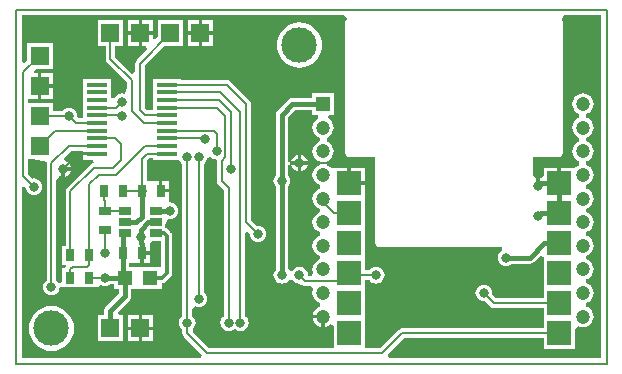
<source format=gtl>
%FSLAX44Y44*%
%MOMM*%
G71*
G01*
G75*
G04 Layer_Physical_Order=1*
G04 Layer_Color=255*
%ADD10R,2.0320X2.0320*%
%ADD11R,1.0000X0.8000*%
%ADD12R,0.8000X1.0000*%
%ADD13R,1.2700X1.2700*%
%ADD14R,1.0000X0.7000*%
%ADD15R,1.8000X0.4000*%
%ADD16C,0.2000*%
%ADD17C,0.4000*%
%ADD18C,0.3000*%
%ADD19C,1.2000*%
%ADD20R,1.2000X1.2000*%
%ADD21C,3.0000*%
%ADD22R,1.6000X1.6000*%
%ADD23C,0.8000*%
G36*
X251000Y211000D02*
X255350D01*
X255935Y208058D01*
X255461Y207861D01*
X253581Y206419D01*
X252139Y204539D01*
X251232Y202349D01*
X250922Y200000D01*
X251232Y197651D01*
X252139Y195461D01*
X253581Y193581D01*
X255461Y192139D01*
X257003Y191500D01*
Y188500D01*
X255461Y187861D01*
X253581Y186419D01*
X252139Y184539D01*
X251232Y182349D01*
X250922Y180000D01*
X251232Y177651D01*
X252139Y175461D01*
X253581Y173581D01*
X255461Y172139D01*
X257003Y171500D01*
Y168500D01*
X255461Y167861D01*
X253581Y166419D01*
X252139Y164539D01*
X251232Y162349D01*
X250922Y160000D01*
X251232Y157650D01*
X252139Y155461D01*
X253581Y153581D01*
X255461Y152139D01*
X257003Y151500D01*
Y148500D01*
X255461Y147861D01*
X253581Y146419D01*
X252139Y144539D01*
X251232Y142350D01*
X250922Y140000D01*
X251232Y137650D01*
X252139Y135461D01*
X253581Y133581D01*
X255461Y132139D01*
X257003Y131500D01*
Y128500D01*
X255461Y127861D01*
X253581Y126419D01*
X252139Y124539D01*
X251232Y122350D01*
X250922Y120000D01*
X251232Y117650D01*
X252139Y115461D01*
X253581Y113581D01*
X255461Y112139D01*
X257003Y111500D01*
Y108500D01*
X255461Y107861D01*
X253581Y106419D01*
X252139Y104539D01*
X251232Y102350D01*
X250922Y100000D01*
X251232Y97650D01*
X252139Y95461D01*
X253581Y93581D01*
X255461Y92139D01*
X257003Y91500D01*
Y88500D01*
X255461Y87861D01*
X253581Y86419D01*
X252139Y84539D01*
X251232Y82350D01*
X250922Y80000D01*
X251232Y77650D01*
X251678Y76573D01*
X250454Y74740D01*
X247460Y74544D01*
X247060Y75000D01*
X246820Y76827D01*
X246115Y78530D01*
X244992Y79992D01*
X243530Y81115D01*
X241827Y81820D01*
X240000Y82060D01*
X238173Y81820D01*
X236470Y81115D01*
X235008Y79992D01*
X234000Y78679D01*
X232219Y78679D01*
X230098Y80801D01*
Y150145D01*
X231115Y151470D01*
X231820Y153173D01*
X232060Y155000D01*
X231820Y156827D01*
X231115Y158530D01*
X230098Y159855D01*
Y168650D01*
X231624Y168750D01*
Y171250D01*
X230098Y171350D01*
Y208888D01*
X236112Y214902D01*
X251000D01*
Y211000D01*
D02*
G37*
G36*
X279837Y292323D02*
X279174Y291331D01*
X278941Y290160D01*
Y178400D01*
X279174Y177229D01*
X279837Y176237D01*
X280830Y175574D01*
X282000Y175341D01*
X304341D01*
Y102200D01*
X304574Y101030D01*
X305237Y100037D01*
X306229Y99374D01*
X307400Y99141D01*
X411088D01*
X411674Y96199D01*
X411470Y96115D01*
X410008Y94992D01*
X408885Y93530D01*
X408180Y91827D01*
X407940Y90000D01*
X408180Y88173D01*
X408885Y86470D01*
X410008Y85008D01*
X411470Y83885D01*
X413173Y83180D01*
X415000Y82940D01*
X416827Y83180D01*
X418530Y83885D01*
X419855Y84902D01*
X435000D01*
X436951Y85290D01*
X438605Y86395D01*
X438605Y86395D01*
X438605Y86395D01*
X443868Y91659D01*
X446640Y90511D01*
Y89040D01*
Y63640D01*
Y55478D01*
X406289D01*
X402910Y58858D01*
X403060Y60000D01*
X402820Y61827D01*
X402114Y63530D01*
X400992Y64992D01*
X399530Y66115D01*
X397827Y66820D01*
X396000Y67060D01*
X394173Y66820D01*
X392470Y66115D01*
X391007Y64992D01*
X389885Y63530D01*
X389180Y61827D01*
X388940Y60000D01*
X389180Y58173D01*
X389885Y56470D01*
X391007Y55008D01*
X392470Y53885D01*
X394173Y53180D01*
X396000Y52940D01*
X397142Y53090D01*
X401716Y48516D01*
X401716Y48516D01*
X403039Y47632D01*
X403298Y47581D01*
X404600Y47322D01*
X404600Y47322D01*
X446640D01*
Y38240D01*
Y30078D01*
X327000D01*
X325439Y29768D01*
X324116Y28884D01*
X324116Y28884D01*
X308311Y13078D01*
X295160D01*
Y38240D01*
Y63640D01*
Y70922D01*
X299306D01*
X300008Y70008D01*
X301470Y68885D01*
X303173Y68180D01*
X305000Y67940D01*
X306827Y68180D01*
X308530Y68885D01*
X309992Y70008D01*
X311115Y71470D01*
X311820Y73173D01*
X312060Y75000D01*
X311820Y76827D01*
X311115Y78530D01*
X309992Y79992D01*
X308530Y81115D01*
X306827Y81820D01*
X305000Y82060D01*
X303173Y81820D01*
X301470Y81115D01*
X300008Y79992D01*
X299306Y79078D01*
X295160D01*
Y89040D01*
Y114440D01*
Y139840D01*
Y151500D01*
X282000D01*
Y153000D01*
X280500D01*
Y166160D01*
X268840D01*
Y166160D01*
X266617Y166160D01*
X266419Y166419D01*
X264539Y167861D01*
X262997Y168500D01*
Y171500D01*
X264539Y172139D01*
X266419Y173581D01*
X267861Y175461D01*
X268768Y177651D01*
X269078Y180000D01*
X268768Y182349D01*
X267861Y184539D01*
X266419Y186419D01*
X264539Y187861D01*
X262997Y188500D01*
Y191500D01*
X264539Y192139D01*
X266419Y193581D01*
X267861Y195461D01*
X268768Y197651D01*
X269078Y200000D01*
X268768Y202349D01*
X267861Y204539D01*
X266419Y206419D01*
X264539Y207861D01*
X264065Y208058D01*
X264650Y211000D01*
X269000D01*
Y229000D01*
X251000D01*
Y225098D01*
X234000D01*
X232373Y224774D01*
X232049Y224710D01*
X230395Y223605D01*
X221395Y214605D01*
X220290Y212951D01*
X219902Y211000D01*
Y159855D01*
X218885Y158530D01*
X218180Y156827D01*
X217940Y155000D01*
X218180Y153173D01*
X218885Y151470D01*
X219902Y150145D01*
Y79855D01*
X218885Y78530D01*
X218180Y76827D01*
X217940Y75000D01*
X218180Y73173D01*
X218885Y71470D01*
X220008Y70008D01*
X221470Y68885D01*
X223173Y68180D01*
X225000Y67940D01*
X226827Y68180D01*
X228530Y68885D01*
X229993Y70008D01*
X231000Y71321D01*
X234000D01*
X235008Y70008D01*
X236470Y68885D01*
X238173Y68180D01*
X240000Y67940D01*
X240000Y67940D01*
X240000Y67940D01*
X242116Y67116D01*
D01*
X242116Y67116D01*
Y67116D01*
X243439Y66232D01*
X243698Y66181D01*
X245000Y65922D01*
X245000Y65922D01*
X250011D01*
X251678Y63427D01*
X251232Y62350D01*
X250922Y60000D01*
X251232Y57650D01*
X252139Y55461D01*
X253581Y53581D01*
X255461Y52139D01*
X257003Y51500D01*
Y48500D01*
X255461Y47861D01*
X253581Y46419D01*
X252139Y44539D01*
X251232Y42350D01*
X251120Y41500D01*
X260000D01*
Y40000D01*
X261500D01*
Y31120D01*
X262349Y31232D01*
X264539Y32139D01*
X266149Y33374D01*
X267658Y32631D01*
X268840Y31723D01*
Y13078D01*
X163689D01*
X149772Y26995D01*
X149968Y29989D01*
X149992Y30008D01*
X151115Y31470D01*
X151820Y33173D01*
X152060Y35000D01*
X151820Y36827D01*
X151115Y38530D01*
X149992Y39992D01*
X149078Y40694D01*
Y45769D01*
X151294Y48657D01*
X151573Y48843D01*
X153173Y48180D01*
X155000Y47940D01*
X156827Y48180D01*
X158530Y48885D01*
X159992Y50008D01*
X161115Y51470D01*
X161820Y53173D01*
X162060Y55000D01*
X161820Y56827D01*
X161115Y58530D01*
X159992Y59992D01*
X159078Y60694D01*
Y169306D01*
X159992Y170008D01*
X161115Y171470D01*
X161820Y173173D01*
X161981Y174399D01*
X164879Y175175D01*
X165007Y175007D01*
X166470Y173885D01*
X168173Y173180D01*
X170000Y172940D01*
X170000Y172940D01*
X169922Y172000D01*
X169922Y172000D01*
X169922D01*
X169922Y172000D01*
Y155000D01*
X169922Y155000D01*
X170181Y153698D01*
X170232Y153439D01*
X171116Y152116D01*
X171116Y152116D01*
X171116Y152116D01*
D01*
X171116D01*
Y152116D01*
D01*
X175922Y147311D01*
Y40694D01*
X175007Y39992D01*
X173885Y38530D01*
X173180Y36827D01*
X172940Y35000D01*
X173180Y33173D01*
X173885Y31470D01*
X175007Y30008D01*
X176470Y28886D01*
X178173Y28180D01*
X180000Y27940D01*
X181827Y28180D01*
X183530Y28886D01*
X184992Y30008D01*
X184992Y30008D01*
Y30008D01*
X186470Y28886D01*
D01*
X186470Y28886D01*
Y28886D01*
X188173Y28180D01*
X190000Y27940D01*
X191827Y28180D01*
X193530Y28886D01*
X194992Y30008D01*
X196115Y31470D01*
X196820Y33173D01*
X197060Y35000D01*
X196820Y36827D01*
X196115Y38530D01*
X194992Y39992D01*
X194078Y40694D01*
Y111234D01*
X195563Y111849D01*
X197943Y110023D01*
X197940Y110000D01*
X198180Y108173D01*
X198885Y106470D01*
X200008Y105008D01*
X201470Y103885D01*
X203173Y103180D01*
X205000Y102940D01*
X206827Y103180D01*
X208530Y103885D01*
X209992Y105008D01*
X211115Y106470D01*
X211820Y108173D01*
X212060Y110000D01*
X211820Y111827D01*
X211115Y113530D01*
X209992Y114993D01*
X208530Y116115D01*
X206827Y116820D01*
X205000Y117060D01*
X203858Y116910D01*
X199078Y121689D01*
Y220000D01*
X199078Y220000D01*
X198819Y221302D01*
X198768Y221561D01*
X197884Y222884D01*
X181384Y239384D01*
X180061Y240268D01*
X179802Y240319D01*
X178500Y240578D01*
X178500Y240578D01*
X140000D01*
Y241500D01*
X116000D01*
Y231500D01*
Y225000D01*
Y218500D01*
Y214578D01*
X111189D01*
X109078Y216689D01*
Y252511D01*
X125568Y269000D01*
X141800D01*
Y291000D01*
X119800D01*
Y276579D01*
X117306Y274912D01*
X116400Y275287D01*
Y278500D01*
X106900D01*
Y269000D01*
X110113D01*
X111261Y266228D01*
X102116Y257084D01*
X101232Y255761D01*
X101181Y255502D01*
X100922Y254200D01*
X100922Y254200D01*
Y246766D01*
X98150Y245618D01*
X84078Y259689D01*
Y269000D01*
X91000D01*
Y291000D01*
X69000D01*
Y269000D01*
X75922D01*
Y258000D01*
X75922Y258000D01*
X76181Y256698D01*
X76232Y256439D01*
X77116Y255116D01*
X77116Y255116D01*
X77116Y255116D01*
D01*
X77116D01*
Y255116D01*
D01*
X93922Y238311D01*
Y233876D01*
X91933Y229075D01*
X91666Y228841D01*
X90000Y229060D01*
X88173Y228820D01*
X86470Y228114D01*
X85008Y226992D01*
X83885Y225530D01*
X83666Y225000D01*
X82042D01*
X80600Y225287D01*
Y231500D01*
Y241500D01*
X56600D01*
Y231500D01*
Y225000D01*
Y218500D01*
Y212000D01*
Y208078D01*
X52689D01*
X52060Y210000D01*
Y210000D01*
X52060D01*
X52060Y210000D01*
X51820Y211827D01*
X51583Y212398D01*
X51583Y212398D01*
X51115Y213530D01*
Y213530D01*
X49992Y214993D01*
X48530Y216115D01*
X46827Y216820D01*
X45000Y217060D01*
X43173Y216820D01*
X41470Y216115D01*
X40008Y214993D01*
X39306Y214078D01*
X31000D01*
Y221000D01*
X10078D01*
Y224400D01*
X18500D01*
Y235400D01*
Y246400D01*
X15287D01*
X14912Y247306D01*
X16579Y249800D01*
X31000D01*
Y271800D01*
X9000D01*
Y256530D01*
X6506Y254864D01*
X5000Y255487D01*
Y295000D01*
X278048D01*
X279837Y292323D01*
D02*
G37*
G36*
X122912Y82050D02*
X104486D01*
D01*
D01*
X104486Y82050D01*
X101850D01*
Y82050D01*
X95598D01*
Y85700D01*
X97500Y85700D01*
D01*
D01*
X99500D01*
Y85700D01*
X105000D01*
Y93700D01*
X106500D01*
Y95200D01*
X113500D01*
Y101700D01*
X113500D01*
Y102079D01*
X115621Y104200D01*
X122912D01*
Y82050D01*
D02*
G37*
G36*
X56600Y179500D02*
Y179499D01*
X68600D01*
Y176500D01*
X56600D01*
Y173000D01*
X65385D01*
X65679Y170014D01*
X64439Y169768D01*
X63116Y168884D01*
X63116Y168884D01*
X43116Y148884D01*
X42232Y147561D01*
X42181Y147302D01*
X41922Y146000D01*
X41922Y146000D01*
Y100000D01*
X39000D01*
Y84000D01*
X42654D01*
D01*
X42463Y82895D01*
X41196Y81000D01*
X39000D01*
Y69725D01*
X36114Y68530D01*
X34992Y69992D01*
X34078Y70694D01*
Y155769D01*
X36294Y158657D01*
X36573Y158843D01*
X38173Y158180D01*
X38500Y158137D01*
Y165000D01*
X40000D01*
Y166500D01*
X46863D01*
X46820Y166827D01*
X46115Y168530D01*
X44992Y169992D01*
X43530Y171115D01*
X41827Y171820D01*
X41443Y171870D01*
X40479Y174711D01*
X46189Y180422D01*
X56600D01*
Y179500D01*
D02*
G37*
G36*
X116000Y173000D02*
X138252D01*
X138885Y171470D01*
X140007Y170008D01*
X140922Y169306D01*
Y40694D01*
X140007Y39992D01*
X138885Y38530D01*
X138180Y36827D01*
X137940Y35000D01*
X138180Y33173D01*
X138885Y31470D01*
X140007Y30008D01*
X140922Y29306D01*
Y26000D01*
X140922Y26000D01*
X141181Y24698D01*
X141232Y24439D01*
X142116Y23116D01*
X142116Y23116D01*
X142116Y23116D01*
D01*
X142116D01*
Y23116D01*
D01*
X157461Y7772D01*
X156313Y5000D01*
X5000D01*
Y149394D01*
X7994Y149590D01*
X8180Y148173D01*
X8885Y146470D01*
X10007Y145008D01*
X11470Y143885D01*
X13173Y143180D01*
X15000Y142940D01*
X16827Y143180D01*
X18530Y143885D01*
X19992Y145008D01*
X21114Y146470D01*
X21820Y148173D01*
X22060Y150000D01*
X21820Y151827D01*
X21114Y153530D01*
X19992Y154993D01*
X18530Y156115D01*
X16827Y156820D01*
X15000Y157060D01*
X13858Y156910D01*
X10078Y160689D01*
Y173600D01*
X14627D01*
X26155Y171307D01*
X26176Y171281D01*
X25922Y170000D01*
X25922Y170000D01*
Y70694D01*
X25008Y69992D01*
X23886Y68530D01*
X23180Y66827D01*
X22940Y65000D01*
X23180Y63173D01*
X23886Y61470D01*
X25008Y60008D01*
X26470Y58885D01*
X28173Y58180D01*
X30000Y57940D01*
X31827Y58180D01*
X33530Y58885D01*
X34992Y60008D01*
X36114Y61470D01*
X36820Y63173D01*
X37060Y65000D01*
X39000Y65000D01*
X39000Y65000D01*
X39000Y65000D01*
X53000D01*
Y65000D01*
X53000D01*
X53000Y65000D01*
X55000D01*
Y65000D01*
X69000D01*
Y65473D01*
X71691Y66800D01*
X71970Y66585D01*
X73673Y65880D01*
X75500Y65640D01*
X77327Y65880D01*
X79030Y66585D01*
X80355Y67602D01*
X83150D01*
Y63350D01*
X87402D01*
Y59612D01*
X76395Y48605D01*
X75290Y46951D01*
X74902Y45000D01*
Y41000D01*
X69000D01*
Y19000D01*
X91000D01*
Y41000D01*
X87129D01*
X85981Y43772D01*
X96105Y53895D01*
X97210Y55549D01*
X97598Y57500D01*
Y63350D01*
X101850D01*
Y63350D01*
X101850D01*
X101850Y63350D01*
X104486D01*
Y63350D01*
X123186D01*
Y68112D01*
X123500D01*
X125256Y68461D01*
X126744Y69456D01*
X130744Y73456D01*
X131739Y74944D01*
X132088Y76700D01*
Y108700D01*
D01*
Y108700D01*
X132088D01*
D01*
Y108700D01*
X132088D01*
Y108700D01*
X132088Y108700D01*
X132088Y108700D01*
D01*
D01*
D01*
D01*
X131739Y110456D01*
X131403Y110958D01*
X131403Y110958D01*
X130744Y111944D01*
Y111944D01*
X130744Y111944D01*
X128744Y113944D01*
X127256Y114939D01*
X126500Y115089D01*
Y117200D01*
Y117635D01*
X128618Y122749D01*
X128756Y122869D01*
X130500Y122640D01*
X132327Y122880D01*
X134030Y123586D01*
X135492Y124707D01*
X136615Y126170D01*
X137320Y127873D01*
X137561Y129700D01*
X137320Y131527D01*
X136615Y133230D01*
X135492Y134692D01*
X134030Y135814D01*
X132327Y136520D01*
X130500Y136760D01*
X129672Y137396D01*
X129500Y138700D01*
X129500Y138700D01*
X129500Y138700D01*
Y145200D01*
X122500D01*
Y146700D01*
X121000D01*
Y154700D01*
X115621D01*
X115621Y154700D01*
Y154700D01*
X115500Y154700D01*
X114500D01*
X113500D01*
X113379Y154700D01*
X113379Y154700D01*
Y154700D01*
X110578D01*
Y171811D01*
X112689Y173922D01*
X116000D01*
Y173000D01*
D02*
G37*
G36*
X495000Y5000D02*
X315687D01*
X314539Y7772D01*
X328689Y21922D01*
X446640D01*
Y12840D01*
X472960D01*
Y28879D01*
X475461Y32139D01*
X477650Y31232D01*
X480000Y30922D01*
X482350Y31232D01*
X484539Y32139D01*
X486419Y33581D01*
X487861Y35461D01*
X488768Y37650D01*
X489078Y40000D01*
X488768Y42350D01*
X487861Y44539D01*
X486419Y46419D01*
X484539Y47861D01*
X482997Y48500D01*
Y51500D01*
X484539Y52139D01*
X486419Y53581D01*
X487861Y55461D01*
X488768Y57650D01*
X489078Y60000D01*
X488768Y62350D01*
X487861Y64539D01*
X486419Y66419D01*
X484539Y67861D01*
X482997Y68500D01*
Y71500D01*
X484539Y72139D01*
X486419Y73581D01*
X487861Y75461D01*
X488768Y77650D01*
X489078Y80000D01*
X488768Y82350D01*
X487861Y84539D01*
X486419Y86419D01*
X484539Y87861D01*
X482997Y88500D01*
Y91500D01*
X484539Y92139D01*
X486419Y93581D01*
X487861Y95461D01*
X488768Y97650D01*
X489078Y100000D01*
X488768Y102350D01*
X487861Y104539D01*
X486419Y106419D01*
X484539Y107861D01*
X482997Y108500D01*
Y111500D01*
X484539Y112139D01*
X486419Y113581D01*
X487861Y115461D01*
X488768Y117650D01*
X489078Y120000D01*
X488768Y122350D01*
X487861Y124539D01*
X486419Y126419D01*
X484539Y127861D01*
X482997Y128500D01*
Y131500D01*
X484539Y132139D01*
X486419Y133581D01*
X487861Y135461D01*
X488768Y137650D01*
X489078Y140000D01*
X488768Y142350D01*
X487861Y144539D01*
X486419Y146419D01*
X484539Y147861D01*
X482997Y148500D01*
Y151500D01*
X484539Y152139D01*
X486419Y153581D01*
X487861Y155461D01*
X488768Y157650D01*
X489078Y160000D01*
X488768Y162349D01*
X487861Y164539D01*
X486419Y166419D01*
X484539Y167861D01*
X482997Y168500D01*
Y171500D01*
X484539Y172139D01*
X486419Y173581D01*
X487861Y175461D01*
X488768Y177651D01*
X489078Y180000D01*
X488768Y182349D01*
X487861Y184539D01*
X486419Y186419D01*
X484539Y187861D01*
X482997Y188500D01*
Y191500D01*
X484539Y192139D01*
X486419Y193581D01*
X487861Y195461D01*
X488768Y197651D01*
X489078Y200000D01*
X488768Y202349D01*
X487861Y204539D01*
X486419Y206419D01*
X484539Y207861D01*
X482997Y208500D01*
Y211500D01*
X484539Y212139D01*
X486419Y213581D01*
X487861Y215461D01*
X488768Y217651D01*
X489078Y220000D01*
X488768Y222349D01*
X487861Y224539D01*
X486419Y226419D01*
X484539Y227861D01*
X482350Y228768D01*
X480000Y229078D01*
X477650Y228768D01*
X475461Y227861D01*
X473581Y226419D01*
X472138Y224539D01*
X471232Y222349D01*
X470922Y220000D01*
X471232Y217651D01*
X472138Y215461D01*
X473581Y213581D01*
X475461Y212139D01*
X477003Y211500D01*
Y208500D01*
X475461Y207861D01*
X473581Y206419D01*
X472138Y204539D01*
X471232Y202349D01*
X470922Y200000D01*
X471232Y197651D01*
X472138Y195461D01*
X473581Y193581D01*
X475461Y192139D01*
X477003Y191500D01*
Y188500D01*
X475461Y187861D01*
X473581Y186419D01*
X472138Y184539D01*
X471232Y182349D01*
X470922Y180000D01*
X471232Y177651D01*
X472138Y175461D01*
X473581Y173581D01*
X475461Y172139D01*
X477003Y171500D01*
Y168500D01*
X475461Y167861D01*
X473581Y166419D01*
X473295Y166046D01*
X472960Y166160D01*
Y166160D01*
X472960Y166160D01*
X461300D01*
Y153000D01*
X458300D01*
Y166160D01*
X446640D01*
Y158755D01*
X444146Y157088D01*
X443827Y157220D01*
X443500Y157263D01*
Y150400D01*
X440500D01*
Y157263D01*
X440173Y157220D01*
X439953Y157129D01*
X437459Y158796D01*
Y175341D01*
X459800D01*
X460970Y175574D01*
X461963Y176237D01*
X462626Y177229D01*
X462859Y178400D01*
Y290160D01*
X462626Y291331D01*
X461963Y292323D01*
X463752Y295000D01*
X495000D01*
Y5000D01*
D02*
G37*
%LPC*%
G36*
X103900Y28500D02*
X94400D01*
Y19000D01*
X103900D01*
Y28500D01*
D02*
G37*
G36*
X129500Y154700D02*
X124000D01*
Y148200D01*
X129500D01*
Y154700D01*
D02*
G37*
G36*
X30000Y49092D02*
X26275Y48725D01*
X22694Y47639D01*
X19393Y45874D01*
X16500Y43500D01*
X14126Y40607D01*
X12361Y37306D01*
X11275Y33725D01*
X10908Y30000D01*
X11275Y26275D01*
X12361Y22694D01*
X14126Y19393D01*
X16500Y16500D01*
X19393Y14126D01*
X22694Y12361D01*
X26275Y11275D01*
X30000Y10908D01*
X33725Y11275D01*
X37306Y12361D01*
X40607Y14126D01*
X43500Y16500D01*
X45874Y19393D01*
X47639Y22694D01*
X48725Y26275D01*
X49092Y30000D01*
X48725Y33725D01*
X47639Y37306D01*
X45874Y40607D01*
X43500Y43500D01*
X40607Y45874D01*
X37306Y47639D01*
X33725Y48725D01*
X30000Y49092D01*
D02*
G37*
G36*
X295160Y166160D02*
X283500D01*
Y154500D01*
X295160D01*
Y166160D01*
D02*
G37*
G36*
X113500Y92200D02*
X108000D01*
Y85700D01*
X113500D01*
Y92200D01*
D02*
G37*
G36*
X116400Y41000D02*
X106900D01*
Y31500D01*
X116400D01*
Y41000D01*
D02*
G37*
G36*
X103900D02*
X94400D01*
Y31500D01*
X103900D01*
Y41000D01*
D02*
G37*
G36*
X116400Y28500D02*
X106900D01*
Y19000D01*
X116400D01*
Y28500D01*
D02*
G37*
G36*
X258500Y38500D02*
X251120D01*
X251232Y37650D01*
X252139Y35461D01*
X253581Y33581D01*
X255461Y32139D01*
X257651Y31232D01*
X258500Y31120D01*
Y38500D01*
D02*
G37*
G36*
X167200Y278500D02*
X157700D01*
Y269000D01*
X167200D01*
Y278500D01*
D02*
G37*
G36*
X154700D02*
X145200D01*
Y269000D01*
X154700D01*
Y278500D01*
D02*
G37*
G36*
X103900D02*
X94400D01*
Y269000D01*
X103900D01*
Y278500D01*
D02*
G37*
G36*
Y291000D02*
X94400D01*
Y281500D01*
X103900D01*
Y291000D01*
D02*
G37*
G36*
X167200D02*
X157700D01*
Y281500D01*
X167200D01*
Y291000D01*
D02*
G37*
G36*
X154700D02*
X145200D01*
Y281500D01*
X154700D01*
Y291000D01*
D02*
G37*
G36*
X116400D02*
X106900D01*
Y281500D01*
X116400D01*
Y291000D01*
D02*
G37*
G36*
X240000Y289092D02*
X236275Y288725D01*
X232694Y287639D01*
X229393Y285874D01*
X226500Y283500D01*
X224126Y280607D01*
X222361Y277306D01*
X221275Y273725D01*
X220908Y270000D01*
X221275Y266275D01*
X222361Y262694D01*
X224126Y259393D01*
X226500Y256500D01*
X229393Y254126D01*
X232694Y252361D01*
X236275Y251275D01*
X240000Y250908D01*
X243725Y251275D01*
X247306Y252361D01*
X250607Y254126D01*
X253500Y256500D01*
X255874Y259393D01*
X257639Y262694D01*
X258725Y266275D01*
X259092Y270000D01*
X258725Y273725D01*
X257639Y277306D01*
X255874Y280607D01*
X253500Y283500D01*
X250607Y285874D01*
X247306Y287639D01*
X243725Y288725D01*
X240000Y289092D01*
D02*
G37*
G36*
X246863Y168500D02*
X241500D01*
Y163137D01*
X241827Y163180D01*
X243530Y163885D01*
X244992Y165007D01*
X246115Y166470D01*
X246820Y168173D01*
X246863Y168500D01*
D02*
G37*
G36*
X238500D02*
X233137D01*
X233180Y168173D01*
X233885Y166470D01*
X235008Y165007D01*
X236470Y163885D01*
X238173Y163180D01*
X238500Y163137D01*
Y168500D01*
D02*
G37*
G36*
X46863Y163500D02*
X41500D01*
Y158137D01*
X41827Y158180D01*
X43530Y158885D01*
X44992Y160008D01*
X46115Y161470D01*
X46820Y163173D01*
X46863Y163500D01*
D02*
G37*
G36*
X238500Y176863D02*
X238173Y176820D01*
X236470Y176115D01*
X235008Y174992D01*
X233885Y173530D01*
X233180Y171827D01*
X233137Y171500D01*
X238500D01*
Y176863D01*
D02*
G37*
G36*
X31000Y246400D02*
X21500D01*
Y236900D01*
X31000D01*
Y246400D01*
D02*
G37*
G36*
Y233900D02*
X21500D01*
Y224400D01*
X31000D01*
Y233900D01*
D02*
G37*
G36*
X241500Y176863D02*
Y171500D01*
X246863D01*
X246820Y171827D01*
X246115Y173530D01*
X244992Y174992D01*
X243530Y176115D01*
X241827Y176820D01*
X241500Y176863D01*
D02*
G37*
%LPD*%
D10*
X459800Y153000D02*
D03*
Y127600D02*
D03*
Y102200D02*
D03*
Y76800D02*
D03*
Y51400D02*
D03*
Y26000D02*
D03*
X282000D02*
D03*
Y51400D02*
D03*
Y76800D02*
D03*
Y102200D02*
D03*
Y127600D02*
D03*
Y153000D02*
D03*
D11*
X75500Y113700D02*
D03*
Y129700D02*
D03*
D12*
X90500Y146700D02*
D03*
X74500D02*
D03*
X90500Y93700D02*
D03*
X106500D02*
D03*
Y146700D02*
D03*
X122500D02*
D03*
X62000Y92000D02*
D03*
X46000D02*
D03*
X62000Y73000D02*
D03*
X46000D02*
D03*
D13*
X113836Y72700D02*
D03*
X92500D02*
D03*
D14*
X118500Y110700D02*
D03*
Y120200D02*
D03*
Y129800D02*
D03*
X92600D02*
D03*
Y110700D02*
D03*
Y120200D02*
D03*
D15*
X68600Y178000D02*
D03*
Y184500D02*
D03*
Y191000D02*
D03*
Y197500D02*
D03*
Y204000D02*
D03*
Y210500D02*
D03*
Y217000D02*
D03*
Y223500D02*
D03*
Y230000D02*
D03*
Y236500D02*
D03*
X128000D02*
D03*
Y230000D02*
D03*
Y223500D02*
D03*
Y217000D02*
D03*
Y210500D02*
D03*
Y204000D02*
D03*
Y197500D02*
D03*
Y191000D02*
D03*
Y184500D02*
D03*
Y178000D02*
D03*
D16*
X0Y0D02*
Y300000D01*
X500000D01*
Y0D02*
Y300000D01*
X0Y0D02*
X500000D01*
X66000Y166000D02*
X82000D01*
X85000Y160000D02*
X109500Y184500D01*
X70000Y160000D02*
X85000D01*
X62000Y152000D02*
X70000Y160000D01*
X46000Y146000D02*
X66000Y166000D01*
X46000Y92000D02*
Y146000D01*
X62000Y92000D02*
Y152000D01*
X109500Y184500D02*
X128000D01*
X62000Y92000D02*
X62000Y92000D01*
X62000Y84000D02*
Y92000D01*
X60000Y82000D02*
X62000Y84000D01*
X48000Y82000D02*
X60000D01*
X46000Y80000D02*
X48000Y82000D01*
X46000Y73000D02*
Y80000D01*
X89500Y210500D02*
X90000Y210000D01*
X68600Y210500D02*
X89500D01*
X85000Y217000D02*
X90000Y222000D01*
X68600Y217000D02*
X85000D01*
X90500Y146700D02*
X106500D01*
X75500Y129700D02*
Y137700D01*
X74500Y138700D02*
X75500Y137700D01*
X74500Y138700D02*
Y146700D01*
X75500Y93700D02*
Y113700D01*
X75600Y129800D02*
X92600D01*
X75500Y129700D02*
X75600Y129800D01*
X20000Y210000D02*
X45000D01*
X51000Y204000D02*
X68600D01*
X45000Y210000D02*
X51000Y204000D01*
X32900Y197500D02*
X68600D01*
X20000Y184600D02*
X32900Y197500D01*
X62300Y72700D02*
X75500D01*
X62000Y73000D02*
X62300Y72700D01*
X53000Y178000D02*
X68600D01*
X404600Y51400D02*
X459800D01*
X396000Y60000D02*
X404600Y51400D01*
X260000Y137000D02*
Y140000D01*
Y137000D02*
X269400Y127600D01*
X282000D01*
X327000Y26000D02*
X459800D01*
X145000Y26000D02*
Y35000D01*
X283800Y75000D02*
X305000D01*
X282000Y76800D02*
X283800Y75000D01*
X260000Y200000D02*
X260000Y200000D01*
X145000Y26000D02*
X162000Y9000D01*
X310000D01*
X327000Y26000D01*
X282000Y153000D02*
Y165000D01*
X277000Y170000D02*
X282000Y165000D01*
X240000Y170000D02*
X277000D01*
X40000Y165000D02*
X53000Y178000D01*
X44500Y184500D02*
X68600D01*
X30000Y170000D02*
X44500Y184500D01*
X30000Y65000D02*
Y170000D01*
X145000Y35000D02*
Y175000D01*
X82000Y166000D02*
X89000Y173000D01*
Y186000D01*
X84000Y191000D02*
X89000Y186000D01*
X68600Y191000D02*
X84000D01*
X108000Y204000D02*
X128000D01*
X98000Y214000D02*
X108000Y204000D01*
X98000Y214000D02*
Y240000D01*
X80000Y258000D02*
X98000Y240000D01*
X80000Y258000D02*
Y280000D01*
X109500Y210500D02*
X128000D01*
X105000Y215000D02*
X109500Y210500D01*
X105000Y215000D02*
Y254200D01*
X130800Y280000D01*
X155000Y55000D02*
Y175000D01*
X128000Y191000D02*
X159000D01*
X160000Y190000D01*
X128000Y197500D02*
X167500D01*
X170000Y195000D01*
Y180000D02*
Y195000D01*
X106500Y146700D02*
Y173500D01*
X111000Y178000D01*
X128000D01*
X6000Y159000D02*
X15000Y150000D01*
X6000Y159000D02*
Y246800D01*
X20000Y260800D01*
X275200Y70000D02*
X282000Y76800D01*
X245000Y70000D02*
X275200D01*
X240000Y75000D02*
X245000Y70000D01*
X174000Y172000D02*
X177000Y175000D01*
X174000Y155000D02*
Y172000D01*
Y155000D02*
X180000Y149000D01*
Y35000D02*
Y149000D01*
X128000Y217000D02*
X170000D01*
X177000Y210000D01*
Y175000D02*
Y210000D01*
X128000Y223500D02*
X171500D01*
X182000Y213000D01*
Y165000D02*
Y213000D01*
X128000Y230000D02*
X173000D01*
X190000Y213000D01*
Y35000D02*
Y213000D01*
X128000Y236500D02*
X178500D01*
X195000Y220000D01*
Y120000D02*
Y220000D01*
Y120000D02*
X205000Y110000D01*
D17*
X106500Y93700D02*
Y101700D01*
X105500Y102700D02*
X106500Y101700D01*
X105500Y102700D02*
Y107700D01*
Y113700D01*
X112000Y120200D01*
X118500D01*
Y129800D02*
X130400D01*
X92600Y120200D02*
X102000D01*
X106500Y124700D01*
Y146700D01*
X90500Y93700D02*
Y108600D01*
Y74700D02*
Y93700D01*
X75500Y72700D02*
X92500D01*
X447200Y102200D02*
X459800D01*
X435000Y90000D02*
X447200Y102200D01*
X415000Y90000D02*
X435000D01*
X459800Y127600D02*
Y153000D01*
X444600Y127600D02*
X459800D01*
X442000Y125000D02*
X444600Y127600D01*
X442000Y150400D02*
X444600Y153000D01*
X459800D01*
X80000Y30000D02*
Y45000D01*
X92500Y57500D01*
Y72700D01*
X225000Y211000D02*
X234000Y220000D01*
X260000D01*
X225000Y155000D02*
Y211000D01*
Y75000D02*
Y155000D01*
D18*
X130400Y129800D02*
X130500Y129700D01*
X90500Y108600D02*
X92600Y110700D01*
X90500Y74700D02*
X92500Y72700D01*
X125500Y110700D02*
X127500Y108700D01*
X118500Y110700D02*
X125500D01*
X113836Y72700D02*
X123500D01*
X127500Y76700D01*
Y108700D01*
D19*
X480000Y220000D02*
D03*
Y200000D02*
D03*
Y180000D02*
D03*
Y160000D02*
D03*
Y140000D02*
D03*
Y120000D02*
D03*
Y100000D02*
D03*
Y80000D02*
D03*
Y60000D02*
D03*
Y40000D02*
D03*
X260000D02*
D03*
Y60000D02*
D03*
Y80000D02*
D03*
Y100000D02*
D03*
Y120000D02*
D03*
Y140000D02*
D03*
Y160000D02*
D03*
Y180000D02*
D03*
Y200000D02*
D03*
D20*
Y220000D02*
D03*
D21*
X240000Y270000D02*
D03*
X30000Y30000D02*
D03*
D22*
X80000D02*
D03*
X105400D02*
D03*
X80000Y280000D02*
D03*
X105400D02*
D03*
X156200D02*
D03*
X130800D02*
D03*
X20000Y260800D02*
D03*
Y235400D02*
D03*
Y210000D02*
D03*
Y184600D02*
D03*
D23*
X90000Y210000D02*
D03*
Y222000D02*
D03*
X105500Y107700D02*
D03*
X130500Y129700D02*
D03*
X75500Y72700D02*
D03*
Y93700D02*
D03*
X415000Y90000D02*
D03*
X45000Y210000D02*
D03*
X396000Y60000D02*
D03*
X442000Y125000D02*
D03*
Y150400D02*
D03*
X145000Y35000D02*
D03*
X305000Y75000D02*
D03*
X282000Y102200D02*
D03*
X240000Y170000D02*
D03*
X40000Y165000D02*
D03*
X30000Y65000D02*
D03*
X145000Y175000D02*
D03*
X155000D02*
D03*
X282000Y51400D02*
D03*
X155000Y55000D02*
D03*
X160000Y190000D02*
D03*
X170000Y180000D02*
D03*
X282000Y26000D02*
D03*
X180000Y35000D02*
D03*
X106500Y146700D02*
D03*
X15000Y150000D02*
D03*
X225000Y155000D02*
D03*
Y75000D02*
D03*
X240000D02*
D03*
X182000Y165000D02*
D03*
X190000Y35000D02*
D03*
X205000Y110000D02*
D03*
M02*

</source>
